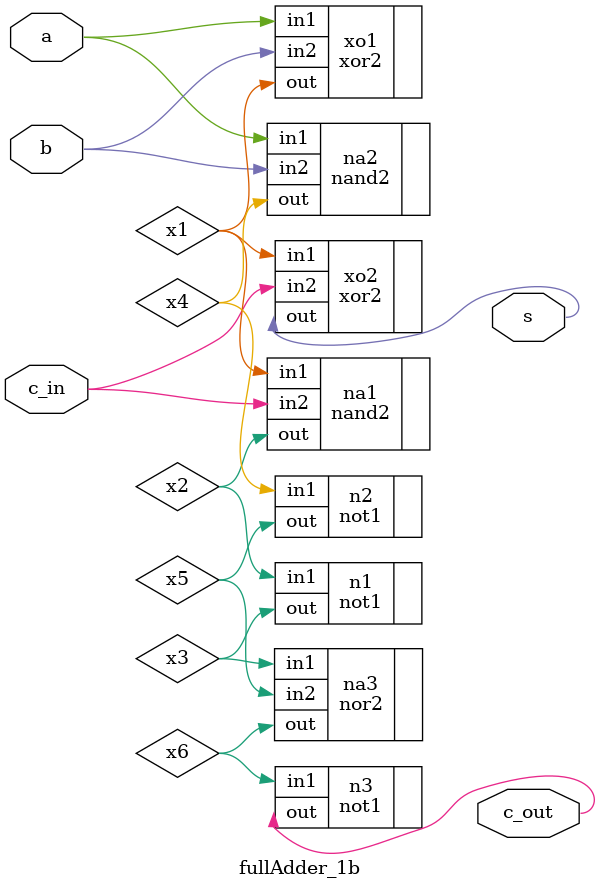
<source format=v>
/*
    CS/ECE 552 FALL '22
    Homework #2, Problem 1
    
    a 16-bit CLA module
*/
module cla_16b(sum, c_out, a, b, c_in);

    // declare constant for size of inputs, outputs (N)
    parameter   N = 16;

    output [N-1:0] sum;
    output         c_out;
    input [N-1: 0] a, b;
    input          c_in;

    // YOUR CODE HERE
	wire [4:0] carries;
	assign carries[0] = c_in;

	cla_4b cla[3:0](.a(a), .b(b), .c_in(carries[3:0]), .c_out(carries[4:1]), .sum(sum));

	assign c_out = carries[4];

endmodule

/*
    CS/ECE 552 FALL'22
    Homework #2, Problem 1
    
    a 4-bit CLA module
*/
module cla_4b(sum, c_out, a, b, c_in);

    // declare constant for size of inputs, outputs (N)
    parameter   N = 4;

    output [N-1:0] sum;
    output         c_out;
    input [N-1: 0] a, b;
    input          c_in;

	wire [N-1: 0]   null;
    wire [N: 0]   carries;
    wire [N-1: 0] g;
    wire [N-1: 0] p;


    assign g = a & b;
    assign p = a | b;

	assign carries[0] = c_in;
	assign carries[1] = g[0] | (p[0] & carries[0]);
	assign carries[2] = g[1] | (p[1] & g[0]) | (p[1] & p[0] & carries[0]);
	assign carries[3] = g[2] | (p[2] & g[1]) | (p[2] & p[1] & g[0]) | (p[2] & p[1] & p[0] & carries[0]);
	assign carries[4] = g[3] | (p[3] & g[2]) | (p[3] & p[2] & g[1]) | (p[3] & p[2] & p[1] & g[0]) | (p[3] & p[2] & p[1] & p[0] & carries[0]);

	fullAdder_1b adder[N-1: 0] (.a(a), .b(b), .c_in(carries[N-1:0]), .c_out(null), .s(sum));

	assign c_out = carries[4];

	

endmodule

/*
    CS/ECE 552 FALL '22
    Homework #2, Problem 1
    
    a 1-bit full adder
*/
module fullAdder_1b(s, c_out, a, b, c_in);
    output s;
    output c_out;
    input  a, b;
    input  c_in;

    wire x1, x2, x3, x4, x5, x6;

    // Sum
    xor2  xo1(.in1(a), .in2(b), .out(x1));
    xor2  xo2(.in1(x1), .in2(c_in), .out(s));

    //Cout
    nand2 na1(.in1(x1), .in2(c_in), .out(x2));
    not1  n1(.in1(x2), .out(x3));

    nand2 na2(.in1(a), .in2(b), .out(x4));
    not1  n2(.in1(x4), .out(x5));

    nor2 na3(.in1(x3), .in2(x5), .out(x6));
    not1  n3(.in1(x6), .out(c_out));

endmodule

</source>
